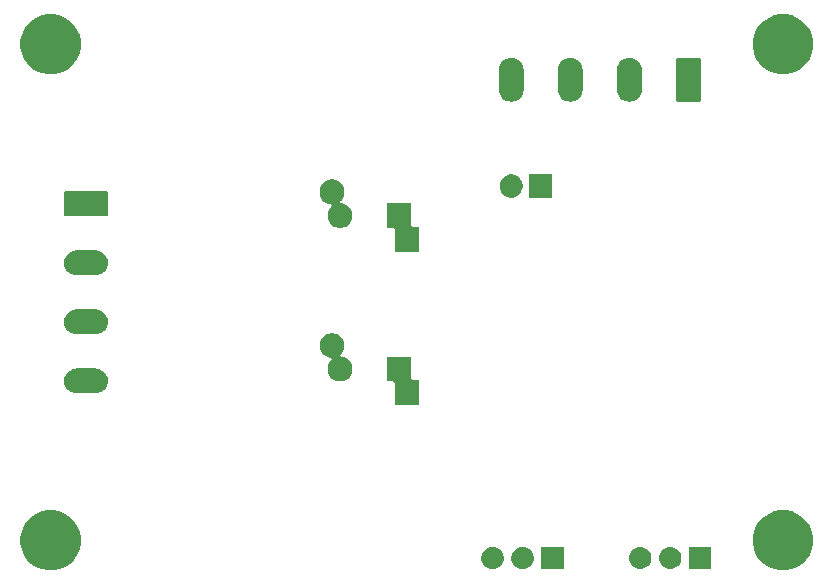
<source format=gbs>
G04 #@! TF.GenerationSoftware,KiCad,Pcbnew,(5.1.2)-2*
G04 #@! TF.CreationDate,2020-01-06T22:07:24+01:00*
G04 #@! TF.ProjectId,psu,7073752e-6b69-4636-9164-5f7063625858,rev?*
G04 #@! TF.SameCoordinates,Original*
G04 #@! TF.FileFunction,Soldermask,Bot*
G04 #@! TF.FilePolarity,Negative*
%FSLAX46Y46*%
G04 Gerber Fmt 4.6, Leading zero omitted, Abs format (unit mm)*
G04 Created by KiCad (PCBNEW (5.1.2)-2) date 2020-01-06 22:07:24*
%MOMM*%
%LPD*%
G04 APERTURE LIST*
%ADD10C,0.100000*%
G04 APERTURE END LIST*
D10*
G36*
X86744098Y-63547033D02*
G01*
X87208350Y-63739332D01*
X87208352Y-63739333D01*
X87626168Y-64018509D01*
X87981491Y-64373832D01*
X88260667Y-64791648D01*
X88260668Y-64791650D01*
X88452967Y-65255902D01*
X88551000Y-65748747D01*
X88551000Y-66251253D01*
X88452967Y-66744098D01*
X88260668Y-67208350D01*
X88260667Y-67208352D01*
X87981491Y-67626168D01*
X87626168Y-67981491D01*
X87208352Y-68260667D01*
X87208351Y-68260668D01*
X87208350Y-68260668D01*
X86744098Y-68452967D01*
X86251253Y-68551000D01*
X85748747Y-68551000D01*
X85255902Y-68452967D01*
X84791650Y-68260668D01*
X84791649Y-68260668D01*
X84791648Y-68260667D01*
X84373832Y-67981491D01*
X84018509Y-67626168D01*
X83739333Y-67208352D01*
X83739332Y-67208350D01*
X83547033Y-66744098D01*
X83449000Y-66251253D01*
X83449000Y-65748747D01*
X83547033Y-65255902D01*
X83739332Y-64791650D01*
X83739333Y-64791648D01*
X84018509Y-64373832D01*
X84373832Y-64018509D01*
X84791648Y-63739333D01*
X84791650Y-63739332D01*
X85255902Y-63547033D01*
X85748747Y-63449000D01*
X86251253Y-63449000D01*
X86744098Y-63547033D01*
X86744098Y-63547033D01*
G37*
G36*
X24744098Y-63547033D02*
G01*
X25208350Y-63739332D01*
X25208352Y-63739333D01*
X25626168Y-64018509D01*
X25981491Y-64373832D01*
X26260667Y-64791648D01*
X26260668Y-64791650D01*
X26452967Y-65255902D01*
X26551000Y-65748747D01*
X26551000Y-66251253D01*
X26452967Y-66744098D01*
X26260668Y-67208350D01*
X26260667Y-67208352D01*
X25981491Y-67626168D01*
X25626168Y-67981491D01*
X25208352Y-68260667D01*
X25208351Y-68260668D01*
X25208350Y-68260668D01*
X24744098Y-68452967D01*
X24251253Y-68551000D01*
X23748747Y-68551000D01*
X23255902Y-68452967D01*
X22791650Y-68260668D01*
X22791649Y-68260668D01*
X22791648Y-68260667D01*
X22373832Y-67981491D01*
X22018509Y-67626168D01*
X21739333Y-67208352D01*
X21739332Y-67208350D01*
X21547033Y-66744098D01*
X21449000Y-66251253D01*
X21449000Y-65748747D01*
X21547033Y-65255902D01*
X21739332Y-64791650D01*
X21739333Y-64791648D01*
X22018509Y-64373832D01*
X22373832Y-64018509D01*
X22791648Y-63739333D01*
X22791650Y-63739332D01*
X23255902Y-63547033D01*
X23748747Y-63449000D01*
X24251253Y-63449000D01*
X24744098Y-63547033D01*
X24744098Y-63547033D01*
G37*
G36*
X61606425Y-66562760D02*
G01*
X61606428Y-66562761D01*
X61606429Y-66562761D01*
X61785693Y-66617140D01*
X61785696Y-66617142D01*
X61785697Y-66617142D01*
X61950903Y-66705446D01*
X62095712Y-66824288D01*
X62214554Y-66969097D01*
X62302858Y-67134303D01*
X62302860Y-67134307D01*
X62325321Y-67208352D01*
X62357240Y-67313575D01*
X62375601Y-67500000D01*
X62357240Y-67686425D01*
X62357239Y-67686428D01*
X62357239Y-67686429D01*
X62302860Y-67865693D01*
X62302858Y-67865696D01*
X62302858Y-67865697D01*
X62214554Y-68030903D01*
X62095712Y-68175712D01*
X61950903Y-68294554D01*
X61785697Y-68382858D01*
X61785693Y-68382860D01*
X61606429Y-68437239D01*
X61606428Y-68437239D01*
X61606425Y-68437240D01*
X61466718Y-68451000D01*
X61373282Y-68451000D01*
X61233575Y-68437240D01*
X61233572Y-68437239D01*
X61233571Y-68437239D01*
X61054307Y-68382860D01*
X61054303Y-68382858D01*
X60889097Y-68294554D01*
X60744288Y-68175712D01*
X60625446Y-68030903D01*
X60537142Y-67865697D01*
X60537142Y-67865696D01*
X60537140Y-67865693D01*
X60482761Y-67686429D01*
X60482761Y-67686428D01*
X60482760Y-67686425D01*
X60464399Y-67500000D01*
X60482760Y-67313575D01*
X60514679Y-67208352D01*
X60537140Y-67134307D01*
X60537142Y-67134303D01*
X60625446Y-66969097D01*
X60744288Y-66824288D01*
X60889097Y-66705446D01*
X61054303Y-66617142D01*
X61054304Y-66617142D01*
X61054307Y-66617140D01*
X61233571Y-66562761D01*
X61233572Y-66562761D01*
X61233575Y-66562760D01*
X61373282Y-66549000D01*
X61466718Y-66549000D01*
X61606425Y-66562760D01*
X61606425Y-66562760D01*
G37*
G36*
X64146425Y-66562760D02*
G01*
X64146428Y-66562761D01*
X64146429Y-66562761D01*
X64325693Y-66617140D01*
X64325696Y-66617142D01*
X64325697Y-66617142D01*
X64490903Y-66705446D01*
X64635712Y-66824288D01*
X64754554Y-66969097D01*
X64842858Y-67134303D01*
X64842860Y-67134307D01*
X64865321Y-67208352D01*
X64897240Y-67313575D01*
X64915601Y-67500000D01*
X64897240Y-67686425D01*
X64897239Y-67686428D01*
X64897239Y-67686429D01*
X64842860Y-67865693D01*
X64842858Y-67865696D01*
X64842858Y-67865697D01*
X64754554Y-68030903D01*
X64635712Y-68175712D01*
X64490903Y-68294554D01*
X64325697Y-68382858D01*
X64325693Y-68382860D01*
X64146429Y-68437239D01*
X64146428Y-68437239D01*
X64146425Y-68437240D01*
X64006718Y-68451000D01*
X63913282Y-68451000D01*
X63773575Y-68437240D01*
X63773572Y-68437239D01*
X63773571Y-68437239D01*
X63594307Y-68382860D01*
X63594303Y-68382858D01*
X63429097Y-68294554D01*
X63284288Y-68175712D01*
X63165446Y-68030903D01*
X63077142Y-67865697D01*
X63077142Y-67865696D01*
X63077140Y-67865693D01*
X63022761Y-67686429D01*
X63022761Y-67686428D01*
X63022760Y-67686425D01*
X63004399Y-67500000D01*
X63022760Y-67313575D01*
X63054679Y-67208352D01*
X63077140Y-67134307D01*
X63077142Y-67134303D01*
X63165446Y-66969097D01*
X63284288Y-66824288D01*
X63429097Y-66705446D01*
X63594303Y-66617142D01*
X63594304Y-66617142D01*
X63594307Y-66617140D01*
X63773571Y-66562761D01*
X63773572Y-66562761D01*
X63773575Y-66562760D01*
X63913282Y-66549000D01*
X64006718Y-66549000D01*
X64146425Y-66562760D01*
X64146425Y-66562760D01*
G37*
G36*
X67451000Y-68451000D02*
G01*
X65549000Y-68451000D01*
X65549000Y-66549000D01*
X67451000Y-66549000D01*
X67451000Y-68451000D01*
X67451000Y-68451000D01*
G37*
G36*
X79951000Y-68451000D02*
G01*
X78049000Y-68451000D01*
X78049000Y-66549000D01*
X79951000Y-66549000D01*
X79951000Y-68451000D01*
X79951000Y-68451000D01*
G37*
G36*
X76646425Y-66562760D02*
G01*
X76646428Y-66562761D01*
X76646429Y-66562761D01*
X76825693Y-66617140D01*
X76825696Y-66617142D01*
X76825697Y-66617142D01*
X76990903Y-66705446D01*
X77135712Y-66824288D01*
X77254554Y-66969097D01*
X77342858Y-67134303D01*
X77342860Y-67134307D01*
X77365321Y-67208352D01*
X77397240Y-67313575D01*
X77415601Y-67500000D01*
X77397240Y-67686425D01*
X77397239Y-67686428D01*
X77397239Y-67686429D01*
X77342860Y-67865693D01*
X77342858Y-67865696D01*
X77342858Y-67865697D01*
X77254554Y-68030903D01*
X77135712Y-68175712D01*
X76990903Y-68294554D01*
X76825697Y-68382858D01*
X76825693Y-68382860D01*
X76646429Y-68437239D01*
X76646428Y-68437239D01*
X76646425Y-68437240D01*
X76506718Y-68451000D01*
X76413282Y-68451000D01*
X76273575Y-68437240D01*
X76273572Y-68437239D01*
X76273571Y-68437239D01*
X76094307Y-68382860D01*
X76094303Y-68382858D01*
X75929097Y-68294554D01*
X75784288Y-68175712D01*
X75665446Y-68030903D01*
X75577142Y-67865697D01*
X75577142Y-67865696D01*
X75577140Y-67865693D01*
X75522761Y-67686429D01*
X75522761Y-67686428D01*
X75522760Y-67686425D01*
X75504399Y-67500000D01*
X75522760Y-67313575D01*
X75554679Y-67208352D01*
X75577140Y-67134307D01*
X75577142Y-67134303D01*
X75665446Y-66969097D01*
X75784288Y-66824288D01*
X75929097Y-66705446D01*
X76094303Y-66617142D01*
X76094304Y-66617142D01*
X76094307Y-66617140D01*
X76273571Y-66562761D01*
X76273572Y-66562761D01*
X76273575Y-66562760D01*
X76413282Y-66549000D01*
X76506718Y-66549000D01*
X76646425Y-66562760D01*
X76646425Y-66562760D01*
G37*
G36*
X74106425Y-66562760D02*
G01*
X74106428Y-66562761D01*
X74106429Y-66562761D01*
X74285693Y-66617140D01*
X74285696Y-66617142D01*
X74285697Y-66617142D01*
X74450903Y-66705446D01*
X74595712Y-66824288D01*
X74714554Y-66969097D01*
X74802858Y-67134303D01*
X74802860Y-67134307D01*
X74825321Y-67208352D01*
X74857240Y-67313575D01*
X74875601Y-67500000D01*
X74857240Y-67686425D01*
X74857239Y-67686428D01*
X74857239Y-67686429D01*
X74802860Y-67865693D01*
X74802858Y-67865696D01*
X74802858Y-67865697D01*
X74714554Y-68030903D01*
X74595712Y-68175712D01*
X74450903Y-68294554D01*
X74285697Y-68382858D01*
X74285693Y-68382860D01*
X74106429Y-68437239D01*
X74106428Y-68437239D01*
X74106425Y-68437240D01*
X73966718Y-68451000D01*
X73873282Y-68451000D01*
X73733575Y-68437240D01*
X73733572Y-68437239D01*
X73733571Y-68437239D01*
X73554307Y-68382860D01*
X73554303Y-68382858D01*
X73389097Y-68294554D01*
X73244288Y-68175712D01*
X73125446Y-68030903D01*
X73037142Y-67865697D01*
X73037142Y-67865696D01*
X73037140Y-67865693D01*
X72982761Y-67686429D01*
X72982761Y-67686428D01*
X72982760Y-67686425D01*
X72964399Y-67500000D01*
X72982760Y-67313575D01*
X73014679Y-67208352D01*
X73037140Y-67134307D01*
X73037142Y-67134303D01*
X73125446Y-66969097D01*
X73244288Y-66824288D01*
X73389097Y-66705446D01*
X73554303Y-66617142D01*
X73554304Y-66617142D01*
X73554307Y-66617140D01*
X73733571Y-66562761D01*
X73733572Y-66562761D01*
X73733575Y-66562760D01*
X73873282Y-66549000D01*
X73966718Y-66549000D01*
X74106425Y-66562760D01*
X74106425Y-66562760D01*
G37*
G36*
X54551000Y-52324001D02*
G01*
X54553402Y-52348387D01*
X54560515Y-52371836D01*
X54572066Y-52393447D01*
X54587611Y-52412389D01*
X54606553Y-52427934D01*
X54628164Y-52439485D01*
X54651613Y-52446598D01*
X54675999Y-52449000D01*
X55223144Y-52449000D01*
X55223144Y-54551000D01*
X53121144Y-54551000D01*
X53121144Y-52675999D01*
X53118742Y-52651613D01*
X53111629Y-52628164D01*
X53100078Y-52606553D01*
X53084533Y-52587611D01*
X53065591Y-52572066D01*
X53043980Y-52560515D01*
X53020531Y-52553402D01*
X52996145Y-52551000D01*
X52449000Y-52551000D01*
X52449000Y-50449000D01*
X54551000Y-50449000D01*
X54551000Y-52324001D01*
X54551000Y-52324001D01*
G37*
G36*
X27903097Y-51454069D02*
G01*
X28006032Y-51464207D01*
X28204146Y-51524305D01*
X28204149Y-51524306D01*
X28300975Y-51576061D01*
X28386729Y-51621897D01*
X28546765Y-51753235D01*
X28678103Y-51913271D01*
X28723302Y-51997833D01*
X28775694Y-52095851D01*
X28775695Y-52095854D01*
X28835793Y-52293968D01*
X28856085Y-52500000D01*
X28835793Y-52706032D01*
X28775695Y-52904146D01*
X28775694Y-52904149D01*
X28723939Y-53000975D01*
X28678103Y-53086729D01*
X28546765Y-53246765D01*
X28386729Y-53378103D01*
X28300975Y-53423939D01*
X28204149Y-53475694D01*
X28204146Y-53475695D01*
X28006032Y-53535793D01*
X27903097Y-53545931D01*
X27851631Y-53551000D01*
X26148369Y-53551000D01*
X26096903Y-53545931D01*
X25993968Y-53535793D01*
X25795854Y-53475695D01*
X25795851Y-53475694D01*
X25699025Y-53423939D01*
X25613271Y-53378103D01*
X25453235Y-53246765D01*
X25321897Y-53086729D01*
X25276061Y-53000975D01*
X25224306Y-52904149D01*
X25224305Y-52904146D01*
X25164207Y-52706032D01*
X25143915Y-52500000D01*
X25164207Y-52293968D01*
X25224305Y-52095854D01*
X25224306Y-52095851D01*
X25276698Y-51997833D01*
X25321897Y-51913271D01*
X25453235Y-51753235D01*
X25613271Y-51621897D01*
X25699025Y-51576061D01*
X25795851Y-51524306D01*
X25795854Y-51524305D01*
X25993968Y-51464207D01*
X26096903Y-51454069D01*
X26148369Y-51449000D01*
X27851631Y-51449000D01*
X27903097Y-51454069D01*
X27903097Y-51454069D01*
G37*
G36*
X48134420Y-48489389D02*
G01*
X48325689Y-48568615D01*
X48325691Y-48568616D01*
X48497829Y-48683635D01*
X48644221Y-48830027D01*
X48759241Y-49002167D01*
X48838467Y-49193436D01*
X48878856Y-49396484D01*
X48878856Y-49603516D01*
X48838467Y-49806564D01*
X48759241Y-49997833D01*
X48644221Y-50169973D01*
X48570096Y-50244098D01*
X48554551Y-50263040D01*
X48543000Y-50284651D01*
X48535887Y-50308100D01*
X48533485Y-50332486D01*
X48535887Y-50356872D01*
X48543000Y-50380321D01*
X48554551Y-50401932D01*
X48570096Y-50420874D01*
X48589038Y-50436419D01*
X48610649Y-50447970D01*
X48634098Y-50455083D01*
X48806564Y-50489389D01*
X48997833Y-50568615D01*
X48997835Y-50568616D01*
X49013564Y-50579126D01*
X49169973Y-50683635D01*
X49316365Y-50830027D01*
X49431385Y-51002167D01*
X49510611Y-51193436D01*
X49551000Y-51396484D01*
X49551000Y-51603516D01*
X49510611Y-51806564D01*
X49466411Y-51913272D01*
X49431384Y-51997835D01*
X49316365Y-52169973D01*
X49169973Y-52316365D01*
X48997835Y-52431384D01*
X48997834Y-52431385D01*
X48997833Y-52431385D01*
X48806564Y-52510611D01*
X48603516Y-52551000D01*
X48396484Y-52551000D01*
X48193436Y-52510611D01*
X48002167Y-52431385D01*
X48002166Y-52431385D01*
X48002165Y-52431384D01*
X47830027Y-52316365D01*
X47683635Y-52169973D01*
X47568616Y-51997835D01*
X47533589Y-51913272D01*
X47489389Y-51806564D01*
X47449000Y-51603516D01*
X47449000Y-51396484D01*
X47489389Y-51193436D01*
X47568615Y-51002167D01*
X47683635Y-50830027D01*
X47757760Y-50755902D01*
X47773305Y-50736960D01*
X47784856Y-50715349D01*
X47791969Y-50691900D01*
X47794371Y-50667514D01*
X47791969Y-50643128D01*
X47784856Y-50619679D01*
X47773305Y-50598068D01*
X47757760Y-50579126D01*
X47738818Y-50563581D01*
X47717207Y-50552030D01*
X47693758Y-50544917D01*
X47521292Y-50510611D01*
X47330023Y-50431385D01*
X47330022Y-50431385D01*
X47330021Y-50431384D01*
X47157883Y-50316365D01*
X47011491Y-50169973D01*
X46896472Y-49997835D01*
X46896471Y-49997833D01*
X46817245Y-49806564D01*
X46776856Y-49603516D01*
X46776856Y-49396484D01*
X46817245Y-49193436D01*
X46896471Y-49002167D01*
X47011491Y-48830027D01*
X47157883Y-48683635D01*
X47330021Y-48568616D01*
X47330023Y-48568615D01*
X47521292Y-48489389D01*
X47724340Y-48449000D01*
X47931372Y-48449000D01*
X48134420Y-48489389D01*
X48134420Y-48489389D01*
G37*
G36*
X27903097Y-46454069D02*
G01*
X28006032Y-46464207D01*
X28204146Y-46524305D01*
X28204149Y-46524306D01*
X28300975Y-46576061D01*
X28386729Y-46621897D01*
X28546765Y-46753235D01*
X28678103Y-46913271D01*
X28723939Y-46999025D01*
X28775694Y-47095851D01*
X28775695Y-47095854D01*
X28835793Y-47293968D01*
X28856085Y-47500000D01*
X28835793Y-47706032D01*
X28775695Y-47904146D01*
X28775694Y-47904149D01*
X28723939Y-48000975D01*
X28678103Y-48086729D01*
X28546765Y-48246765D01*
X28386729Y-48378103D01*
X28300975Y-48423939D01*
X28204149Y-48475694D01*
X28204146Y-48475695D01*
X28006032Y-48535793D01*
X27903097Y-48545931D01*
X27851631Y-48551000D01*
X26148369Y-48551000D01*
X26096903Y-48545931D01*
X25993968Y-48535793D01*
X25795854Y-48475695D01*
X25795851Y-48475694D01*
X25699025Y-48423939D01*
X25613271Y-48378103D01*
X25453235Y-48246765D01*
X25321897Y-48086729D01*
X25276061Y-48000975D01*
X25224306Y-47904149D01*
X25224305Y-47904146D01*
X25164207Y-47706032D01*
X25143915Y-47500000D01*
X25164207Y-47293968D01*
X25224305Y-47095854D01*
X25224306Y-47095851D01*
X25276061Y-46999025D01*
X25321897Y-46913271D01*
X25453235Y-46753235D01*
X25613271Y-46621897D01*
X25699025Y-46576061D01*
X25795851Y-46524306D01*
X25795854Y-46524305D01*
X25993968Y-46464207D01*
X26096903Y-46454069D01*
X26148369Y-46449000D01*
X27851631Y-46449000D01*
X27903097Y-46454069D01*
X27903097Y-46454069D01*
G37*
G36*
X27903097Y-41454069D02*
G01*
X28006032Y-41464207D01*
X28204146Y-41524305D01*
X28204149Y-41524306D01*
X28300975Y-41576061D01*
X28386729Y-41621897D01*
X28546765Y-41753235D01*
X28678103Y-41913271D01*
X28723939Y-41999025D01*
X28775694Y-42095851D01*
X28775695Y-42095854D01*
X28835793Y-42293968D01*
X28856085Y-42500000D01*
X28835793Y-42706032D01*
X28775695Y-42904146D01*
X28775694Y-42904149D01*
X28723939Y-43000975D01*
X28678103Y-43086729D01*
X28546765Y-43246765D01*
X28386729Y-43378103D01*
X28300975Y-43423939D01*
X28204149Y-43475694D01*
X28204146Y-43475695D01*
X28006032Y-43535793D01*
X27903097Y-43545931D01*
X27851631Y-43551000D01*
X26148369Y-43551000D01*
X26096903Y-43545931D01*
X25993968Y-43535793D01*
X25795854Y-43475695D01*
X25795851Y-43475694D01*
X25699025Y-43423939D01*
X25613271Y-43378103D01*
X25453235Y-43246765D01*
X25321897Y-43086729D01*
X25276061Y-43000975D01*
X25224306Y-42904149D01*
X25224305Y-42904146D01*
X25164207Y-42706032D01*
X25143915Y-42500000D01*
X25164207Y-42293968D01*
X25224305Y-42095854D01*
X25224306Y-42095851D01*
X25276061Y-41999025D01*
X25321897Y-41913271D01*
X25453235Y-41753235D01*
X25613271Y-41621897D01*
X25699025Y-41576061D01*
X25795851Y-41524306D01*
X25795854Y-41524305D01*
X25993968Y-41464207D01*
X26096903Y-41454069D01*
X26148369Y-41449000D01*
X27851631Y-41449000D01*
X27903097Y-41454069D01*
X27903097Y-41454069D01*
G37*
G36*
X54551000Y-39324001D02*
G01*
X54553402Y-39348387D01*
X54560515Y-39371836D01*
X54572066Y-39393447D01*
X54587611Y-39412389D01*
X54606553Y-39427934D01*
X54628164Y-39439485D01*
X54651613Y-39446598D01*
X54675999Y-39449000D01*
X55223144Y-39449000D01*
X55223144Y-41551000D01*
X53121144Y-41551000D01*
X53121144Y-39675999D01*
X53118742Y-39651613D01*
X53111629Y-39628164D01*
X53100078Y-39606553D01*
X53084533Y-39587611D01*
X53065591Y-39572066D01*
X53043980Y-39560515D01*
X53020531Y-39553402D01*
X52996145Y-39551000D01*
X52449000Y-39551000D01*
X52449000Y-37449000D01*
X54551000Y-37449000D01*
X54551000Y-39324001D01*
X54551000Y-39324001D01*
G37*
G36*
X48134420Y-35489389D02*
G01*
X48325689Y-35568615D01*
X48325691Y-35568616D01*
X48497829Y-35683635D01*
X48644221Y-35830027D01*
X48759241Y-36002167D01*
X48838467Y-36193436D01*
X48878856Y-36396484D01*
X48878856Y-36603516D01*
X48838467Y-36806564D01*
X48759241Y-36997833D01*
X48644221Y-37169973D01*
X48570096Y-37244098D01*
X48554551Y-37263040D01*
X48543000Y-37284651D01*
X48535887Y-37308100D01*
X48533485Y-37332486D01*
X48535887Y-37356872D01*
X48543000Y-37380321D01*
X48554551Y-37401932D01*
X48570096Y-37420874D01*
X48589038Y-37436419D01*
X48610649Y-37447970D01*
X48634098Y-37455083D01*
X48806564Y-37489389D01*
X48997833Y-37568615D01*
X48997835Y-37568616D01*
X49013564Y-37579126D01*
X49169973Y-37683635D01*
X49316365Y-37830027D01*
X49431385Y-38002167D01*
X49510611Y-38193436D01*
X49551000Y-38396484D01*
X49551000Y-38603516D01*
X49510611Y-38806564D01*
X49431385Y-38997833D01*
X49431384Y-38997835D01*
X49316365Y-39169973D01*
X49169973Y-39316365D01*
X48997835Y-39431384D01*
X48997834Y-39431385D01*
X48997833Y-39431385D01*
X48806564Y-39510611D01*
X48603516Y-39551000D01*
X48396484Y-39551000D01*
X48193436Y-39510611D01*
X48002167Y-39431385D01*
X48002166Y-39431385D01*
X48002165Y-39431384D01*
X47830027Y-39316365D01*
X47683635Y-39169973D01*
X47568616Y-38997835D01*
X47568615Y-38997833D01*
X47489389Y-38806564D01*
X47449000Y-38603516D01*
X47449000Y-38396484D01*
X47489389Y-38193436D01*
X47568615Y-38002167D01*
X47683635Y-37830027D01*
X47757760Y-37755902D01*
X47773305Y-37736960D01*
X47784856Y-37715349D01*
X47791969Y-37691900D01*
X47794371Y-37667514D01*
X47791969Y-37643128D01*
X47784856Y-37619679D01*
X47773305Y-37598068D01*
X47757760Y-37579126D01*
X47738818Y-37563581D01*
X47717207Y-37552030D01*
X47693758Y-37544917D01*
X47521292Y-37510611D01*
X47330023Y-37431385D01*
X47330022Y-37431385D01*
X47330021Y-37431384D01*
X47157883Y-37316365D01*
X47011491Y-37169973D01*
X46896472Y-36997835D01*
X46896471Y-36997833D01*
X46817245Y-36806564D01*
X46776856Y-36603516D01*
X46776856Y-36396484D01*
X46817245Y-36193436D01*
X46896471Y-36002167D01*
X47011491Y-35830027D01*
X47157883Y-35683635D01*
X47330021Y-35568616D01*
X47330023Y-35568615D01*
X47521292Y-35489389D01*
X47724340Y-35449000D01*
X47931372Y-35449000D01*
X48134420Y-35489389D01*
X48134420Y-35489389D01*
G37*
G36*
X28714852Y-36452840D02*
G01*
X28746443Y-36462423D01*
X28775557Y-36477985D01*
X28801074Y-36498926D01*
X28822015Y-36524443D01*
X28837577Y-36553557D01*
X28847160Y-36585148D01*
X28851000Y-36624140D01*
X28851000Y-38375860D01*
X28847160Y-38414852D01*
X28837577Y-38446443D01*
X28822015Y-38475557D01*
X28801074Y-38501074D01*
X28775557Y-38522015D01*
X28746443Y-38537577D01*
X28714852Y-38547160D01*
X28675860Y-38551000D01*
X25324140Y-38551000D01*
X25285148Y-38547160D01*
X25253557Y-38537577D01*
X25224443Y-38522015D01*
X25198926Y-38501074D01*
X25177985Y-38475557D01*
X25162423Y-38446443D01*
X25152840Y-38414852D01*
X25149000Y-38375860D01*
X25149000Y-36624140D01*
X25152840Y-36585148D01*
X25162423Y-36553557D01*
X25177985Y-36524443D01*
X25198926Y-36498926D01*
X25224443Y-36477985D01*
X25253557Y-36462423D01*
X25285148Y-36452840D01*
X25324140Y-36449000D01*
X28675860Y-36449000D01*
X28714852Y-36452840D01*
X28714852Y-36452840D01*
G37*
G36*
X66476000Y-36976000D02*
G01*
X64524000Y-36976000D01*
X64524000Y-35024000D01*
X66476000Y-35024000D01*
X66476000Y-36976000D01*
X66476000Y-36976000D01*
G37*
G36*
X63284687Y-35061507D02*
G01*
X63284690Y-35061508D01*
X63284689Y-35061508D01*
X63462309Y-35135080D01*
X63462310Y-35135081D01*
X63622161Y-35241889D01*
X63758111Y-35377839D01*
X63832646Y-35489390D01*
X63864920Y-35537691D01*
X63877729Y-35568615D01*
X63938493Y-35715313D01*
X63976000Y-35903871D01*
X63976000Y-36096129D01*
X63938493Y-36284687D01*
X63938492Y-36284689D01*
X63864920Y-36462309D01*
X63847158Y-36488891D01*
X63758111Y-36622161D01*
X63622161Y-36758111D01*
X63488891Y-36847158D01*
X63462309Y-36864920D01*
X63324927Y-36921825D01*
X63284687Y-36938493D01*
X63096129Y-36976000D01*
X62903871Y-36976000D01*
X62715313Y-36938493D01*
X62675073Y-36921825D01*
X62537691Y-36864920D01*
X62511109Y-36847158D01*
X62377839Y-36758111D01*
X62241889Y-36622161D01*
X62152842Y-36488891D01*
X62135080Y-36462309D01*
X62061508Y-36284689D01*
X62061507Y-36284687D01*
X62024000Y-36096129D01*
X62024000Y-35903871D01*
X62061507Y-35715313D01*
X62122271Y-35568615D01*
X62135080Y-35537691D01*
X62167354Y-35489390D01*
X62241889Y-35377839D01*
X62377839Y-35241889D01*
X62537690Y-35135081D01*
X62537691Y-35135080D01*
X62715311Y-35061508D01*
X62715310Y-35061508D01*
X62715313Y-35061507D01*
X62903871Y-35024000D01*
X63096129Y-35024000D01*
X63284687Y-35061507D01*
X63284687Y-35061507D01*
G37*
G36*
X63206032Y-25164207D02*
G01*
X63404146Y-25224305D01*
X63404149Y-25224306D01*
X63458873Y-25253557D01*
X63586729Y-25321897D01*
X63746765Y-25453235D01*
X63878103Y-25613271D01*
X63923939Y-25699025D01*
X63975694Y-25795851D01*
X63975695Y-25795854D01*
X64035793Y-25993968D01*
X64051000Y-26148370D01*
X64051000Y-27851630D01*
X64035793Y-28006032D01*
X63975695Y-28204145D01*
X63975694Y-28204149D01*
X63923939Y-28300975D01*
X63878103Y-28386729D01*
X63746765Y-28546765D01*
X63586729Y-28678103D01*
X63481729Y-28734226D01*
X63404148Y-28775694D01*
X63404145Y-28775695D01*
X63206031Y-28835793D01*
X63000000Y-28856085D01*
X62793968Y-28835793D01*
X62595854Y-28775695D01*
X62595851Y-28775694D01*
X62482024Y-28714852D01*
X62413271Y-28678103D01*
X62253235Y-28546765D01*
X62121897Y-28386729D01*
X62024307Y-28204149D01*
X62024306Y-28204148D01*
X62024305Y-28204145D01*
X61964207Y-28006031D01*
X61949000Y-27851629D01*
X61949000Y-26148369D01*
X61964207Y-25993967D01*
X62024305Y-25795854D01*
X62087904Y-25676870D01*
X62121898Y-25613271D01*
X62253236Y-25453235D01*
X62413272Y-25321897D01*
X62541128Y-25253557D01*
X62595852Y-25224306D01*
X62595855Y-25224305D01*
X62793969Y-25164207D01*
X63000000Y-25143915D01*
X63206032Y-25164207D01*
X63206032Y-25164207D01*
G37*
G36*
X73206032Y-25164207D02*
G01*
X73404146Y-25224305D01*
X73404149Y-25224306D01*
X73458873Y-25253557D01*
X73586729Y-25321897D01*
X73746765Y-25453235D01*
X73878103Y-25613271D01*
X73923939Y-25699025D01*
X73975694Y-25795851D01*
X73975695Y-25795854D01*
X74035793Y-25993968D01*
X74051000Y-26148370D01*
X74051000Y-27851630D01*
X74035793Y-28006032D01*
X73975695Y-28204145D01*
X73975694Y-28204149D01*
X73923939Y-28300975D01*
X73878103Y-28386729D01*
X73746765Y-28546765D01*
X73586729Y-28678103D01*
X73481729Y-28734226D01*
X73404148Y-28775694D01*
X73404145Y-28775695D01*
X73206031Y-28835793D01*
X73000000Y-28856085D01*
X72793968Y-28835793D01*
X72595854Y-28775695D01*
X72595851Y-28775694D01*
X72482024Y-28714852D01*
X72413271Y-28678103D01*
X72253235Y-28546765D01*
X72121897Y-28386729D01*
X72024307Y-28204149D01*
X72024306Y-28204148D01*
X72024305Y-28204145D01*
X71964207Y-28006031D01*
X71949000Y-27851629D01*
X71949000Y-26148369D01*
X71964207Y-25993967D01*
X72024305Y-25795854D01*
X72087904Y-25676870D01*
X72121898Y-25613271D01*
X72253236Y-25453235D01*
X72413272Y-25321897D01*
X72541128Y-25253557D01*
X72595852Y-25224306D01*
X72595855Y-25224305D01*
X72793969Y-25164207D01*
X73000000Y-25143915D01*
X73206032Y-25164207D01*
X73206032Y-25164207D01*
G37*
G36*
X68206032Y-25164207D02*
G01*
X68404146Y-25224305D01*
X68404149Y-25224306D01*
X68458873Y-25253557D01*
X68586729Y-25321897D01*
X68746765Y-25453235D01*
X68878103Y-25613271D01*
X68923939Y-25699025D01*
X68975694Y-25795851D01*
X68975695Y-25795854D01*
X69035793Y-25993968D01*
X69051000Y-26148370D01*
X69051000Y-27851630D01*
X69035793Y-28006032D01*
X68975695Y-28204145D01*
X68975694Y-28204149D01*
X68923939Y-28300975D01*
X68878103Y-28386729D01*
X68746765Y-28546765D01*
X68586729Y-28678103D01*
X68481729Y-28734226D01*
X68404148Y-28775694D01*
X68404145Y-28775695D01*
X68206031Y-28835793D01*
X68000000Y-28856085D01*
X67793968Y-28835793D01*
X67595854Y-28775695D01*
X67595851Y-28775694D01*
X67482024Y-28714852D01*
X67413271Y-28678103D01*
X67253235Y-28546765D01*
X67121897Y-28386729D01*
X67024307Y-28204149D01*
X67024306Y-28204148D01*
X67024305Y-28204145D01*
X66964207Y-28006031D01*
X66949000Y-27851629D01*
X66949000Y-26148369D01*
X66964207Y-25993967D01*
X67024305Y-25795854D01*
X67087904Y-25676870D01*
X67121898Y-25613271D01*
X67253236Y-25453235D01*
X67413272Y-25321897D01*
X67541128Y-25253557D01*
X67595852Y-25224306D01*
X67595855Y-25224305D01*
X67793969Y-25164207D01*
X68000000Y-25143915D01*
X68206032Y-25164207D01*
X68206032Y-25164207D01*
G37*
G36*
X78914852Y-25152840D02*
G01*
X78946443Y-25162423D01*
X78975557Y-25177985D01*
X79001074Y-25198926D01*
X79022015Y-25224443D01*
X79037577Y-25253557D01*
X79047160Y-25285148D01*
X79051000Y-25324140D01*
X79051000Y-28675860D01*
X79047160Y-28714852D01*
X79037577Y-28746443D01*
X79022015Y-28775557D01*
X79001074Y-28801074D01*
X78975557Y-28822015D01*
X78946443Y-28837577D01*
X78914852Y-28847160D01*
X78875860Y-28851000D01*
X77124140Y-28851000D01*
X77085148Y-28847160D01*
X77053557Y-28837577D01*
X77024443Y-28822015D01*
X76998926Y-28801074D01*
X76977985Y-28775557D01*
X76962423Y-28746443D01*
X76952840Y-28714852D01*
X76949000Y-28675860D01*
X76949000Y-25324140D01*
X76952840Y-25285148D01*
X76962423Y-25253557D01*
X76977985Y-25224443D01*
X76998926Y-25198926D01*
X77024443Y-25177985D01*
X77053557Y-25162423D01*
X77085148Y-25152840D01*
X77124140Y-25149000D01*
X78875860Y-25149000D01*
X78914852Y-25152840D01*
X78914852Y-25152840D01*
G37*
G36*
X86744098Y-21547033D02*
G01*
X87208350Y-21739332D01*
X87208352Y-21739333D01*
X87626168Y-22018509D01*
X87981491Y-22373832D01*
X88260667Y-22791648D01*
X88260668Y-22791650D01*
X88452967Y-23255902D01*
X88551000Y-23748747D01*
X88551000Y-24251253D01*
X88452967Y-24744098D01*
X88260668Y-25208350D01*
X88260667Y-25208352D01*
X87981491Y-25626168D01*
X87626168Y-25981491D01*
X87208352Y-26260667D01*
X87208351Y-26260668D01*
X87208350Y-26260668D01*
X86744098Y-26452967D01*
X86251253Y-26551000D01*
X85748747Y-26551000D01*
X85255902Y-26452967D01*
X84791650Y-26260668D01*
X84791649Y-26260668D01*
X84791648Y-26260667D01*
X84373832Y-25981491D01*
X84018509Y-25626168D01*
X83739333Y-25208352D01*
X83739332Y-25208350D01*
X83547033Y-24744098D01*
X83449000Y-24251253D01*
X83449000Y-23748747D01*
X83547033Y-23255902D01*
X83739332Y-22791650D01*
X83739333Y-22791648D01*
X84018509Y-22373832D01*
X84373832Y-22018509D01*
X84791648Y-21739333D01*
X84791650Y-21739332D01*
X85255902Y-21547033D01*
X85748747Y-21449000D01*
X86251253Y-21449000D01*
X86744098Y-21547033D01*
X86744098Y-21547033D01*
G37*
G36*
X24744098Y-21547033D02*
G01*
X25208350Y-21739332D01*
X25208352Y-21739333D01*
X25626168Y-22018509D01*
X25981491Y-22373832D01*
X26260667Y-22791648D01*
X26260668Y-22791650D01*
X26452967Y-23255902D01*
X26551000Y-23748747D01*
X26551000Y-24251253D01*
X26452967Y-24744098D01*
X26260668Y-25208350D01*
X26260667Y-25208352D01*
X25981491Y-25626168D01*
X25626168Y-25981491D01*
X25208352Y-26260667D01*
X25208351Y-26260668D01*
X25208350Y-26260668D01*
X24744098Y-26452967D01*
X24251253Y-26551000D01*
X23748747Y-26551000D01*
X23255902Y-26452967D01*
X22791650Y-26260668D01*
X22791649Y-26260668D01*
X22791648Y-26260667D01*
X22373832Y-25981491D01*
X22018509Y-25626168D01*
X21739333Y-25208352D01*
X21739332Y-25208350D01*
X21547033Y-24744098D01*
X21449000Y-24251253D01*
X21449000Y-23748747D01*
X21547033Y-23255902D01*
X21739332Y-22791650D01*
X21739333Y-22791648D01*
X22018509Y-22373832D01*
X22373832Y-22018509D01*
X22791648Y-21739333D01*
X22791650Y-21739332D01*
X23255902Y-21547033D01*
X23748747Y-21449000D01*
X24251253Y-21449000D01*
X24744098Y-21547033D01*
X24744098Y-21547033D01*
G37*
M02*

</source>
